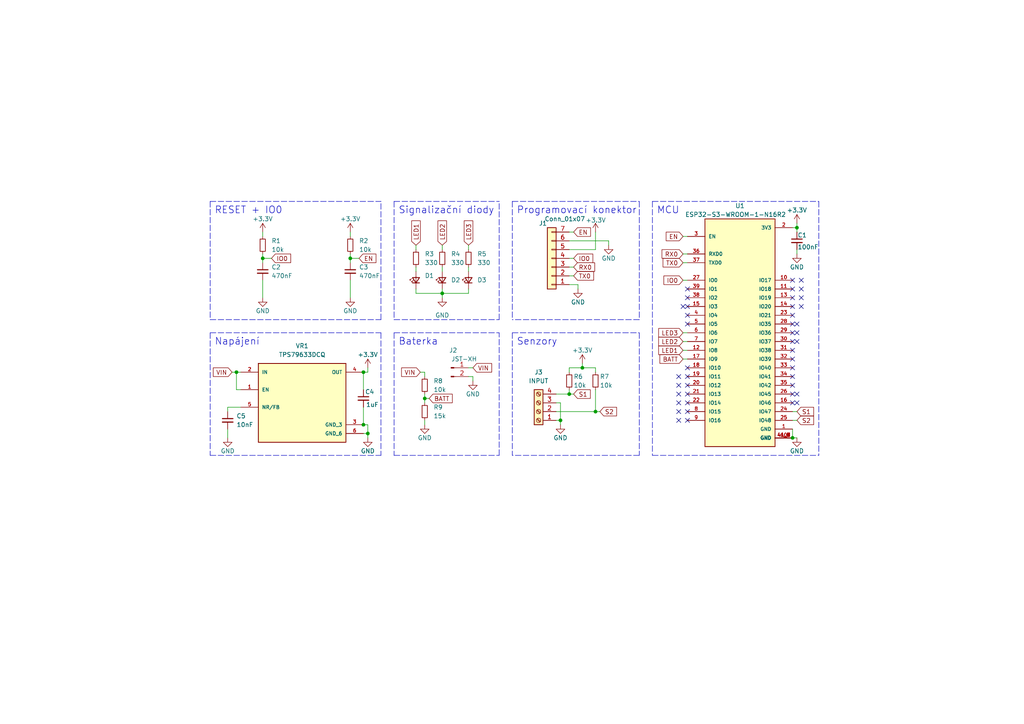
<source format=kicad_sch>
(kicad_sch (version 20211123) (generator eeschema)
  (paper "A4")
  (title_block (title "Sensor board") (date "2023-04-15") (rev "V1.1") (company "GORAK INDUSTRIES"))
  (lib_symbols
    (symbol "Connector:Conn_01x02_Male" (pin_names (offset 1.016) hide)
      (property "Reference" "J" (at 0 2.54 0))
      (property "Value" "Conn_01x02_Male" (at 0 -5.08 0))
      (symbol "Conn_01x02_Male_1_1"
        (polyline (pts (xy 1.27 -2.54) (xy 0.8636 -2.54)) (stroke (width 0.1524)))
        (polyline (pts (xy 1.27 0) (xy 0.8636 0)) (stroke (width 0.1524)))
        (rectangle (start 0.8636 -2.413) (end 0 -2.667) (stroke (width 0.1524)) (fill (type outline)))
        (rectangle (start 0.8636 0.127) (end 0 -0.127) (stroke (width 0.1524)) (fill (type outline)))
        (pin passive line (at 5.08 0 180) (length 3.81) (name "Pin_1") (number "1"))
        (pin passive line (at 5.08 -2.54 180) (length 3.81) (name "Pin_2") (number "2"))
      )
    )
    (symbol "Connector:Screw_Terminal_01x04" (pin_names (offset 1.016) hide)
      (property "Reference" "J" (at 0 5.08 0))
      (property "Value" "Screw_Terminal_01x04" (at 0 -7.62 0))
      (symbol "Screw_Terminal_01x04_1_1"
        (rectangle (start -1.27 3.81) (end 1.27 -6.35) (stroke (width 0.254)) (fill (type background)))
        (circle (center 0 -5.08) (radius 0.635) (stroke (width 0.1524)))
        (circle (center 0 -2.54) (radius 0.635) (stroke (width 0.1524)))
        (polyline (pts (xy -0.5334 -4.7498) (xy 0.3302 -5.588)) (stroke (width 0.1524)))
        (polyline (pts (xy -0.5334 -2.2098) (xy 0.3302 -3.048)) (stroke (width 0.1524)))
        (polyline (pts (xy -0.5334 0.3302) (xy 0.3302 -0.508)) (stroke (width 0.1524)))
        (polyline (pts (xy -0.5334 2.8702) (xy 0.3302 2.032)) (stroke (width 0.1524)))
        (polyline (pts (xy -0.3556 -4.572) (xy 0.508 -5.4102)) (stroke (width 0.1524)))
        (polyline (pts (xy -0.3556 -2.032) (xy 0.508 -2.8702)) (stroke (width 0.1524)))
        (polyline (pts (xy -0.3556 0.508) (xy 0.508 -0.3302)) (stroke (width 0.1524)))
        (polyline (pts (xy -0.3556 3.048) (xy 0.508 2.2098)) (stroke (width 0.1524)))
        (circle (center 0 0) (radius 0.635) (stroke (width 0.1524)))
        (circle (center 0 2.54) (radius 0.635) (stroke (width 0.1524)))
        (pin passive line (at -5.08 2.54 0) (length 3.81) (name "Pin_1") (number "1"))
        (pin passive line (at -5.08 0 0) (length 3.81) (name "Pin_2") (number "2"))
        (pin passive line (at -5.08 -2.54 0) (length 3.81) (name "Pin_3") (number "3"))
        (pin passive line (at -5.08 -5.08 0) (length 3.81) (name "Pin_4") (number "4"))
      )
    )
    (symbol "Connector_Generic:Conn_01x07" (pin_names (offset 1.016) hide)
      (property "Reference" "J" (at 0 10.16 0))
      (property "Value" "Conn_01x07" (at 0 -10.16 0))
      (symbol "Conn_01x07_1_1"
        (rectangle (start -1.27 -7.493) (end 0 -7.747) (stroke (width 0.1524)))
        (rectangle (start -1.27 -4.953) (end 0 -5.207) (stroke (width 0.1524)))
        (rectangle (start -1.27 -2.413) (end 0 -2.667) (stroke (width 0.1524)))
        (rectangle (start -1.27 0.127) (end 0 -0.127) (stroke (width 0.1524)))
        (rectangle (start -1.27 2.667) (end 0 2.413) (stroke (width 0.1524)))
        (rectangle (start -1.27 5.207) (end 0 4.953) (stroke (width 0.1524)))
        (rectangle (start -1.27 7.747) (end 0 7.493) (stroke (width 0.1524)))
        (rectangle (start -1.27 8.89) (end 1.27 -8.89) (stroke (width 0.254)) (fill (type background)))
        (pin passive line (at -5.08 7.62 0) (length 3.81) (name "Pin_1") (number "1"))
        (pin passive line (at -5.08 5.08 0) (length 3.81) (name "Pin_2") (number "2"))
        (pin passive line (at -5.08 2.54 0) (length 3.81) (name "Pin_3") (number "3"))
        (pin passive line (at -5.08 0 0) (length 3.81) (name "Pin_4") (number "4"))
        (pin passive line (at -5.08 -2.54 0) (length 3.81) (name "Pin_5") (number "5"))
        (pin passive line (at -5.08 -5.08 0) (length 3.81) (name "Pin_6") (number "6"))
        (pin passive line (at -5.08 -7.62 0) (length 3.81) (name "Pin_7") (number "7"))
      )
    )
    (symbol "Device:C_Small" (pin_numbers hide) (pin_names (offset 0.254) hide)
      (property "Reference" "C" (at 0.254 1.778 0))
      (property "Value" "C_Small" (at 0.254 -2.032 0))
      (symbol "C_Small_0_1"
        (polyline (pts (xy -1.524 -0.508) (xy 1.524 -0.508)) (stroke (width 0.3302)))
        (polyline (pts (xy -1.524 0.508) (xy 1.524 0.508)) (stroke (width 0.3048)))
      )
      (symbol "C_Small_1_1"
        (pin passive line (at 0 2.54 270) (length 2.032) (name "~") (number "1"))
        (pin passive line (at 0 -2.54 90) (length 2.032) (name "~") (number "2"))
      )
    )
    (symbol "Device:LED_Small" (pin_numbers hide) (pin_names (offset 0.254) hide)
      (property "Reference" "D" (at -1.27 3.175 0))
      (property "Value" "LED_Small" (at -4.445 -2.54 0))
      (symbol "LED_Small_0_1"
        (polyline (pts (xy -0.762 -1.016) (xy -0.762 1.016)) (stroke (width 0.254)))
        (polyline (pts (xy 1.016 0) (xy -0.762 0)))
        (polyline (pts (xy 0.762 -1.016) (xy -0.762 0) (xy 0.762 1.016) (xy 0.762 -1.016)) (stroke (width 0.254)))
        (polyline (pts (xy 0 0.762) (xy -0.508 1.27) (xy -0.254 1.27) (xy -0.508 1.27) (xy -0.508 1.016)))
        (polyline (pts (xy 0.508 1.27) (xy 0 1.778) (xy 0.254 1.778) (xy 0 1.778) (xy 0 1.524)))
      )
      (symbol "LED_Small_1_1"
        (pin passive line (at -2.54 0 0) (length 1.778) (name "K") (number "1"))
        (pin passive line (at 2.54 0 180) (length 1.778) (name "A") (number "2"))
      )
    )
    (symbol "Device:R_Small" (pin_numbers hide) (pin_names (offset 0.254) hide)
      (property "Reference" "R" (at 0.762 0.508 0))
      (property "Value" "R_Small" (at 0.762 -1.016 0))
      (symbol "R_Small_0_1"
        (rectangle (start -0.762 1.778) (end 0.762 -1.778) (stroke (width 0.2032)))
      )
      (symbol "R_Small_1_1"
        (pin passive line (at 0 2.54 270) (length 0.762) (name "~") (number "1"))
        (pin passive line (at 0 -2.54 90) (length 0.762) (name "~") (number "2"))
      )
    )
    (symbol "ESP32-S3-WROOM-1-N16R2:ESP32-S3-WROOM-1-N16R2" (pin_names (offset 1.016))
      (property "Reference" "U" (at -10.16 34.1122 0))
      (property "Value" "ESP32-S3-WROOM-1-N16R2" (at -10.16 -35.56 0))
      (symbol "ESP32-S3-WROOM-1-N16R2_0_0"
        (rectangle (start -10.16 -33.02) (end 10.16 33.02) (stroke (width 0.254)) (fill (type background)))
        (pin power_in line (at 15.24 -27.94 180) (length 5.08) (name "GND") (number "1"))
        (pin bidirectional line (at 15.24 15.24 180) (length 5.08) (name "IO17") (number "10"))
        (pin bidirectional line (at 15.24 12.7 180) (length 5.08) (name "IO18") (number "11"))
        (pin bidirectional line (at -15.24 -5.08 0) (length 5.08) (name "IO8") (number "12"))
        (pin bidirectional line (at 15.24 10.16 180) (length 5.08) (name "IO19") (number "13"))
        (pin bidirectional line (at 15.24 7.62 180) (length 5.08) (name "IO20") (number "14"))
        (pin bidirectional line (at -15.24 7.62 0) (length 5.08) (name "IO3") (number "15"))
        (pin bidirectional line (at 15.24 -20.32 180) (length 5.08) (name "IO46") (number "16"))
        (pin bidirectional line (at -15.24 -7.62 0) (length 5.08) (name "IO9") (number "17"))
        (pin bidirectional line (at -15.24 -10.16 0) (length 5.08) (name "IO10") (number "18"))
        (pin bidirectional line (at -15.24 -12.7 0) (length 5.08) (name "IO11") (number "19"))
        (pin power_in line (at 15.24 30.48 180) (length 5.08) (name "3V3") (number "2"))
        (pin bidirectional line (at -15.24 -15.24 0) (length 5.08) (name "IO12") (number "20"))
        (pin bidirectional line (at -15.24 -17.78 0) (length 5.08) (name "IO13") (number "21"))
        (pin bidirectional line (at -15.24 -20.32 0) (length 5.08) (name "IO14") (number "22"))
        (pin bidirectional line (at 15.24 5.08 180) (length 5.08) (name "IO21") (number "23"))
        (pin bidirectional line (at 15.24 -22.86 180) (length 5.08) (name "IO47") (number "24"))
        (pin bidirectional line (at 15.24 -25.4 180) (length 5.08) (name "IO48") (number "25"))
        (pin bidirectional line (at 15.24 -17.78 180) (length 5.08) (name "IO45") (number "26"))
        (pin bidirectional line (at -15.24 15.24 0) (length 5.08) (name "IO0") (number "27"))
        (pin bidirectional line (at 15.24 2.54 180) (length 5.08) (name "IO35") (number "28"))
        (pin bidirectional line (at 15.24 0 180) (length 5.08) (name "IO36") (number "29"))
        (pin input line (at -15.24 27.94 0) (length 5.08) (name "EN") (number "3"))
        (pin bidirectional line (at 15.24 -2.54 180) (length 5.08) (name "IO37") (number "30"))
        (pin bidirectional line (at 15.24 -5.08 180) (length 5.08) (name "IO38") (number "31"))
        (pin bidirectional line (at 15.24 -7.62 180) (length 5.08) (name "IO39") (number "32"))
        (pin bidirectional line (at 15.24 -10.16 180) (length 5.08) (name "IO40") (number "33"))
        (pin bidirectional line (at 15.24 -12.7 180) (length 5.08) (name "IO41") (number "34"))
        (pin bidirectional line (at 15.24 -15.24 180) (length 5.08) (name "IO42") (number "35"))
        (pin bidirectional line (at -15.24 22.86 0) (length 5.08) (name "RXD0") (number "36"))
        (pin bidirectional line (at -15.24 20.32 0) (length 5.08) (name "TXD0") (number "37"))
        (pin bidirectional line (at -15.24 10.16 0) (length 5.08) (name "IO2") (number "38"))
        (pin bidirectional line (at -15.24 12.7 0) (length 5.08) (name "IO1") (number "39"))
        (pin bidirectional line (at -15.24 5.08 0) (length 5.08) (name "IO4") (number "4"))
        (pin power_in line (at 15.24 -30.48 180) (length 5.08) (name "GND") (number "40"))
        (pin power_in line (at 15.24 -30.48 180) (length 5.08) (name "GND") (number "41_1"))
        (pin power_in line (at 15.24 -30.48 180) (length 5.08) (name "GND") (number "41_2"))
        (pin power_in line (at 15.24 -30.48 180) (length 5.08) (name "GND") (number "41_3"))
        (pin power_in line (at 15.24 -30.48 180) (length 5.08) (name "GND") (number "41_4"))
        (pin power_in line (at 15.24 -30.48 180) (length 5.08) (name "GND") (number "41_5"))
        (pin power_in line (at 15.24 -30.48 180) (length 5.08) (name "GND") (number "41_6"))
        (pin power_in line (at 15.24 -30.48 180) (length 5.08) (name "GND") (number "41_7"))
        (pin power_in line (at 15.24 -30.48 180) (length 5.08) (name "GND") (number "41_8"))
        (pin power_in line (at 15.24 -30.48 180) (length 5.08) (name "GND") (number "41_9"))
        (pin bidirectional line (at -15.24 2.54 0) (length 5.08) (name "IO5") (number "5"))
        (pin bidirectional line (at -15.24 0 0) (length 5.08) (name "IO6") (number "6"))
        (pin bidirectional line (at -15.24 -2.54 0) (length 5.08) (name "IO7") (number "7"))
        (pin bidirectional line (at -15.24 -22.86 0) (length 5.08) (name "IO15") (number "8"))
        (pin bidirectional line (at -15.24 -25.4 0) (length 5.08) (name "IO16") (number "9"))
      )
    )
    (symbol "TP4056:TPS79633DCQ" (pin_names (offset 1.016))
      (property "Reference" "VR" (at -12.7 11.16 0))
      (property "Value" "TPS79633DCQ" (at -12.7 -14.16 0))
      (symbol "TPS79633DCQ_0_0"
        (rectangle (start -12.7 -12.7) (end 12.7 10.16) (stroke (width 0.254)) (fill (type background)))
        (pin input line (at -17.78 2.54 0) (length 5.08) (name "EN") (number "1"))
        (pin input line (at -17.78 7.62 0) (length 5.08) (name "IN") (number "2"))
        (pin power_in line (at 17.78 -7.62 180) (length 5.08) (name "GND_3") (number "3"))
        (pin output line (at 17.78 7.62 180) (length 5.08) (name "OUT") (number "4"))
        (pin bidirectional line (at -17.78 -2.54 0) (length 5.08) (name "NR/FB") (number "5"))
        (pin power_in line (at 17.78 -10.16 180) (length 5.08) (name "GND_6") (number "6"))
      )
    )
    (symbol "power:+3.3V" (power) (pin_names (offset 0))
      (property "Value" "+3.3V" (at 0 3.556 0))
      (symbol "+3.3V_0_1"
        (polyline (pts (xy -0.762 1.27) (xy 0 2.54)))
        (polyline (pts (xy 0 0) (xy 0 2.54)))
        (polyline (pts (xy 0 2.54) (xy 0.762 1.27)))
      )
      (symbol "+3.3V_1_1"
        (pin power_in line (at 0 0 90) (length 0) hide (name "+3.3V") (number "1"))
      )
    )
    (symbol "power:GND" (power) (pin_names (offset 0))
      (property "Value" "GND" (at 0 -3.81 0))
      (symbol "GND_0_1"
        (polyline (pts (xy 0 0) (xy 0 -1.27) (xy 1.27 -1.27) (xy 0 -2.54) (xy -1.27 -1.27) (xy 0 -1.27)))
      )
      (symbol "GND_1_1"
        (pin power_in line (at 0 0 270) (length 0) hide (name "GND") (number "1"))
      )
    )
  )
  (junction (at 105.41 107.95))
  (junction (at 128.27 85.09))
  (junction (at 231.14 66.04))
  (junction (at 101.6 74.93))
  (junction (at 229.87 127))
  (junction (at 172.72 119.38))
  (junction (at 168.91 106.68))
  (junction (at 106.68 125.73))
  (junction (at 123.19 115.57))
  (junction (at 76.2 74.93))
  (junction (at 162.56 121.92))
  (junction (at 165.1 114.3))
  (junction (at 68.58 107.95))
  (junction (at 105.41 123.19))
  (no_connect (at 229.87 109.22))
  (no_connect (at 229.87 104.14))
  (no_connect (at 229.87 106.68))
  (no_connect (at 229.87 81.28))
  (no_connect (at 229.87 83.82))
  (no_connect (at 229.87 101.6))
  (no_connect (at 229.87 111.76))
  (no_connect (at 229.87 88.9))
  (no_connect (at 229.87 86.36))
  (no_connect (at 229.87 91.44))
  (no_connect (at 229.87 99.06))
  (no_connect (at 199.39 116.84))
  (no_connect (at 229.87 93.98))
  (no_connect (at 199.39 121.92))
  (no_connect (at 199.39 88.9))
  (no_connect (at 199.39 83.82))
  (no_connect (at 199.39 114.3))
  (no_connect (at 199.39 111.76))
  (no_connect (at 199.39 119.38))
  (no_connect (at 199.39 109.22))
  (no_connect (at 231.14 114.3))
  (no_connect (at 229.87 114.3))
  (no_connect (at 198.12 88.9))
  (no_connect (at 229.87 116.84))
  (no_connect (at 199.39 106.68))
  (no_connect (at 231.14 96.52))
  (no_connect (at 199.39 93.98))
  (no_connect (at 199.39 91.44))
  (no_connect (at 196.85 111.76))
  (no_connect (at 196.85 114.3))
  (no_connect (at 196.85 109.22))
  (no_connect (at 196.85 119.38))
  (no_connect (at 196.85 116.84))
  (no_connect (at 232.41 83.82))
  (no_connect (at 232.41 88.9))
  (no_connect (at 232.41 86.36))
  (no_connect (at 232.41 81.28))
  (no_connect (at 196.85 121.92))
  (no_connect (at 231.14 93.98))
  (no_connect (at 199.39 86.36))
  (no_connect (at 229.87 96.52))
  (no_connect (at 231.14 116.84))
  (no_connect (at 231.14 99.06))
  (polyline (pts (xy 185.42 132.08) (xy 148.59 132.08)))
  (polyline (pts (xy 110.49 96.52) (xy 110.49 132.08)))
  (wire (pts (xy 128.27 85.09) (xy 128.27 86.36)))
  (polyline (pts (xy 60.96 96.52) (xy 110.49 96.52)))
  (polyline (pts (xy 189.23 58.42) (xy 237.49 58.42)))
  (wire (pts (xy 172.72 106.68) (xy 172.72 107.95)))
  (polyline (pts (xy 185.42 58.42) (xy 185.42 92.71)))
  (wire (pts (xy 198.12 81.28) (xy 199.39 81.28)))
  (wire (pts (xy 165.1 77.47) (xy 166.37 77.47)))
  (wire (pts (xy 101.6 74.93) (xy 101.6 76.2)))
  (polyline (pts (xy 60.96 96.52) (xy 60.96 132.08)))
  (wire (pts (xy 76.2 81.28) (xy 76.2 86.36)))
  (wire (pts (xy 123.19 115.57) (xy 123.19 116.84)))
  (polyline (pts (xy 189.23 58.42) (xy 189.23 132.08)))
  (wire (pts (xy 101.6 67.31) (xy 101.6 68.58)))
  (wire (pts (xy 101.6 73.66) (xy 101.6 74.93)))
  (polyline (pts (xy 60.96 58.42) (xy 60.96 92.71)))
  (wire (pts (xy 161.29 114.3) (xy 165.1 114.3)))
  (wire (pts (xy 231.14 66.04) (xy 231.14 67.31)))
  (wire (pts (xy 198.12 76.2) (xy 199.39 76.2)))
  (wire (pts (xy 128.27 83.82) (xy 128.27 85.09)))
  (wire (pts (xy 229.87 66.04) (xy 231.14 66.04)))
  (wire (pts (xy 135.89 71.12) (xy 135.89 72.39)))
  (wire (pts (xy 229.87 127) (xy 231.14 127)))
  (wire (pts (xy 128.27 71.12) (xy 128.27 72.39)))
  (wire (pts (xy 128.27 77.47) (xy 128.27 78.74)))
  (wire (pts (xy 161.29 121.92) (xy 162.56 121.92)))
  (wire (pts (xy 68.58 107.95) (xy 69.85 107.95)))
  (wire (pts (xy 123.19 107.95) (xy 123.19 109.22)))
  (wire (pts (xy 231.14 64.77) (xy 231.14 66.04)))
  (polyline (pts (xy 60.96 58.42) (xy 110.49 58.42)))
  (wire (pts (xy 128.27 85.09) (xy 135.89 85.09)))
  (wire (pts (xy 120.65 77.47) (xy 120.65 78.74)))
  (polyline (pts (xy 148.59 58.42) (xy 185.42 58.42)))
  (wire (pts (xy 229.87 119.38) (xy 231.14 119.38)))
  (wire (pts (xy 76.2 74.93) (xy 78.74 74.93)))
  (wire (pts (xy 168.91 106.68) (xy 172.72 106.68)))
  (wire (pts (xy 66.04 118.11) (xy 66.04 119.38)))
  (polyline (pts (xy 148.59 58.42) (xy 148.59 92.71)))
  (wire (pts (xy 105.41 107.95) (xy 106.68 107.95)))
  (polyline (pts (xy 114.3 92.71) (xy 144.78 92.71)))
  (wire (pts (xy 123.19 115.57) (xy 124.46 115.57)))
  (polyline (pts (xy 185.42 96.52) (xy 185.42 132.08)))
  (wire (pts (xy 106.68 127) (xy 106.68 125.73)))
  (wire (pts (xy 162.56 121.92) (xy 162.56 123.19)))
  (wire (pts (xy 135.89 85.09) (xy 135.89 83.82)))
  (wire (pts (xy 123.19 114.3) (xy 123.19 115.57)))
  (wire (pts (xy 135.89 106.68) (xy 137.16 106.68)))
  (wire (pts (xy 137.16 109.22) (xy 137.16 110.49)))
  (wire (pts (xy 135.89 109.22) (xy 137.16 109.22)))
  (wire (pts (xy 165.1 67.31) (xy 166.37 67.31)))
  (wire (pts (xy 165.1 114.3) (xy 166.37 114.3)))
  (polyline (pts (xy 114.3 58.42) (xy 114.3 92.71)))
  (wire (pts (xy 165.1 72.39) (xy 172.72 72.39)))
  (wire (pts (xy 198.12 101.6) (xy 199.39 101.6)))
  (wire (pts (xy 198.12 96.52) (xy 199.39 96.52)))
  (wire (pts (xy 165.1 82.55) (xy 167.64 82.55)))
  (wire (pts (xy 172.72 119.38) (xy 173.99 119.38)))
  (wire (pts (xy 101.6 74.93) (xy 104.14 74.93)))
  (wire (pts (xy 105.41 118.11) (xy 105.41 123.19)))
  (polyline (pts (xy 114.3 132.08) (xy 144.78 132.08)))
  (wire (pts (xy 120.65 71.12) (xy 120.65 72.39)))
  (wire (pts (xy 120.65 83.82) (xy 120.65 85.09)))
  (wire (pts (xy 198.12 99.06) (xy 199.39 99.06)))
  (wire (pts (xy 68.58 107.95) (xy 68.58 113.03)))
  (wire (pts (xy 105.41 107.95) (xy 105.41 113.03)))
  (wire (pts (xy 168.91 105.41) (xy 168.91 106.68)))
  (wire (pts (xy 165.1 80.01) (xy 166.37 80.01)))
  (wire (pts (xy 167.64 82.55) (xy 167.64 83.82)))
  (wire (pts (xy 67.31 107.95) (xy 68.58 107.95)))
  (wire (pts (xy 176.53 69.85) (xy 165.1 69.85)))
  (wire (pts (xy 106.68 106.68) (xy 106.68 107.95)))
  (wire (pts (xy 198.12 68.58) (xy 199.39 68.58)))
  (wire (pts (xy 123.19 121.92) (xy 123.19 123.19)))
  (wire (pts (xy 172.72 72.39) (xy 172.72 67.31)))
  (wire (pts (xy 172.72 113.03) (xy 172.72 119.38)))
  (polyline (pts (xy 189.23 132.08) (xy 237.49 132.08)))
  (wire (pts (xy 66.04 118.11) (xy 69.85 118.11)))
  (polyline (pts (xy 114.3 58.42) (xy 144.78 58.42)))
  (wire (pts (xy 69.85 113.03) (xy 68.58 113.03)))
  (wire (pts (xy 229.87 124.46) (xy 229.87 127)))
  (wire (pts (xy 162.56 116.84) (xy 162.56 121.92)))
  (polyline (pts (xy 114.3 96.52) (xy 144.78 96.52)))
  (wire (pts (xy 229.87 121.92) (xy 231.14 121.92)))
  (polyline (pts (xy 148.59 96.52) (xy 185.42 96.52)))
  (wire (pts (xy 176.53 71.12) (xy 176.53 69.85)))
  (polyline (pts (xy 110.49 92.71) (xy 110.49 58.42)))
  (wire (pts (xy 120.65 85.09) (xy 128.27 85.09)))
  (wire (pts (xy 76.2 74.93) (xy 76.2 76.2)))
  (polyline (pts (xy 114.3 96.52) (xy 114.3 132.08)))
  (polyline (pts (xy 185.42 92.71) (xy 148.59 92.71)))
  (wire (pts (xy 106.68 123.19) (xy 106.68 125.73)))
  (polyline (pts (xy 144.78 92.71) (xy 144.78 58.42)))
  (wire (pts (xy 76.2 67.31) (xy 76.2 68.58)))
  (polyline (pts (xy 60.96 132.08) (xy 110.49 132.08)))
  (polyline (pts (xy 148.59 96.52) (xy 148.59 132.08)))
  (polyline (pts (xy 144.78 132.08) (xy 144.78 96.52)))
  (wire (pts (xy 172.72 119.38) (xy 161.29 119.38)))
  (wire (pts (xy 198.12 73.66) (xy 199.39 73.66)))
  (wire (pts (xy 161.29 116.84) (xy 162.56 116.84)))
  (wire (pts (xy 165.1 107.95) (xy 165.1 106.68)))
  (wire (pts (xy 165.1 106.68) (xy 168.91 106.68)))
  (wire (pts (xy 165.1 74.93) (xy 166.37 74.93)))
  (wire (pts (xy 66.04 124.46) (xy 66.04 127)))
  (wire (pts (xy 165.1 113.03) (xy 165.1 114.3)))
  (wire (pts (xy 231.14 72.39) (xy 231.14 73.66)))
  (wire (pts (xy 76.2 73.66) (xy 76.2 74.93)))
  (polyline (pts (xy 60.96 92.71) (xy 110.49 92.71)))
  (polyline (pts (xy 237.49 58.42) (xy 237.49 132.08)))
  (wire (pts (xy 105.41 123.19) (xy 106.68 123.19)))
  (wire (pts (xy 101.6 81.28) (xy 101.6 86.36)))
  (wire (pts (xy 135.89 77.47) (xy 135.89 78.74)))
  (wire (pts (xy 198.12 104.14) (xy 199.39 104.14)))
  (wire (pts (xy 105.41 125.73) (xy 106.68 125.73)))
  (wire (pts (xy 121.92 107.95) (xy 123.19 107.95)))
  (text "Napájení\n" (at 62.23 100.33 0) (effects (font (size 2 2)) (justify left bottom)))
  (text "RESET + IO0\n" (at 62.23 62.23 0) (effects (font (size 2 2)) (justify left bottom)))
  (text "Programovací konektor\n" (at 149.86 62.23 0) (effects (font (size 2 2)) (justify left bottom)))
  (text "Baterka\n" (at 115.57 100.33 0) (effects (font (size 2 2)) (justify left bottom)))
  (text "MCU\n" (at 190.5 62.23 0) (effects (font (size 2 2)) (justify left bottom)))
  (text "Signalizační diody\n" (at 115.57 62.23 0) (effects (font (size 2 2)) (justify left bottom)))
  (text "Senzory\n" (at 149.86 100.33 0) (effects (font (size 2 2)) (justify left bottom)))
  (global_label "RX0" (shape input) (at 166.37 77.47 0) (property "Intersheet References" "${INTERSHEET_REFS}" (effects hide)))
  (global_label "S1" (shape input) (at 231.14 119.38 0) (property "Intersheet References" "${INTERSHEET_REFS}" (effects hide)))
  (global_label "VIN" (shape input) (at 67.31 107.95 180) (property "Intersheet References" "${INTERSHEET_REFS}" (effects hide)))
  (global_label "TX0" (shape input) (at 198.12 76.2 180) (property "Intersheet References" "${INTERSHEET_REFS}" (effects hide)))
  (global_label "LED2" (shape input) (at 128.27 71.12 90) (property "Intersheet References" "${INTERSHEET_REFS}" (effects hide)))
  (global_label "LED1" (shape input) (at 120.65 71.12 90) (property "Intersheet References" "${INTERSHEET_REFS}" (effects hide)))
  (global_label "EN" (shape input) (at 104.14 74.93 0) (property "Intersheet References" "${INTERSHEET_REFS}" (effects hide)))
  (global_label "VIN" (shape input) (at 121.92 107.95 180) (property "Intersheet References" "${INTERSHEET_REFS}" (effects hide)))
  (global_label "LED3" (shape input) (at 198.12 96.52 180) (property "Intersheet References" "${INTERSHEET_REFS}" (effects hide)))
  (global_label "IO0" (shape input) (at 198.12 81.28 180) (property "Intersheet References" "${INTERSHEET_REFS}" (effects hide)))
  (global_label "S2" (shape input) (at 173.99 119.38 0) (property "Intersheet References" "${INTERSHEET_REFS}" (effects hide)))
  (global_label "BATT" (shape input) (at 124.46 115.57 0) (property "Intersheet References" "${INTERSHEET_REFS}" (effects hide)))
  (global_label "S2" (shape input) (at 231.14 121.92 0) (property "Intersheet References" "${INTERSHEET_REFS}" (effects hide)))
  (global_label "LED1" (shape input) (at 198.12 101.6 180) (property "Intersheet References" "${INTERSHEET_REFS}" (effects hide)))
  (global_label "EN" (shape input) (at 166.37 67.31 0) (property "Intersheet References" "${INTERSHEET_REFS}" (effects hide)))
  (global_label "LED3" (shape input) (at 135.89 71.12 90) (property "Intersheet References" "${INTERSHEET_REFS}" (effects hide)))
  (global_label "RX0" (shape input) (at 198.12 73.66 180) (property "Intersheet References" "${INTERSHEET_REFS}" (effects hide)))
  (global_label "EN" (shape input) (at 198.12 68.58 180) (property "Intersheet References" "${INTERSHEET_REFS}" (effects hide)))
  (global_label "TX0" (shape input) (at 166.37 80.01 0) (property "Intersheet References" "${INTERSHEET_REFS}" (effects hide)))
  (global_label "IO0" (shape input) (at 166.37 74.93 0) (property "Intersheet References" "${INTERSHEET_REFS}" (effects hide)))
  (global_label "BATT" (shape input) (at 198.12 104.14 180) (property "Intersheet References" "${INTERSHEET_REFS}" (effects hide)))
  (global_label "S1" (shape input) (at 166.37 114.3 0) (property "Intersheet References" "${INTERSHEET_REFS}" (effects hide)))
  (global_label "IO0" (shape input) (at 78.74 74.93 0) (property "Intersheet References" "${INTERSHEET_REFS}" (effects hide)))
  (global_label "VIN" (shape input) (at 137.16 106.68 0) (property "Intersheet References" "${INTERSHEET_REFS}" (effects hide)))
  (global_label "LED2" (shape input) (at 198.12 99.06 180) (property "Intersheet References" "${INTERSHEET_REFS}" (effects hide)))
  (symbol (lib_id "Device:R_Small") (at 120.65 74.93 0) (unit 1)
    (property "Reference" "R3" (at 123.19 73.6599 0) (effects (justify left)))
    (property "Value" "330" (at 123.19 76.1999 0) (effects (justify left)))
    (property "Footprint" "Resistor_SMD:R_0805_2012Metric_Pad1.20x1.40mm_HandSolder" (effects hide))
  )
  (symbol (lib_id "power:GND") (at 101.6 86.36 0) (unit 1)
    (property "Reference" "#PWR09" (effects hide))
    (property "Value" "GND" (at 101.6 90.17 0))
  )
  (symbol (lib_id "power:GND") (at 66.04 127 0) (unit 1)
    (property "Reference" "#PWR016" (effects hide))
    (property "Value" "GND" (at 66.04 130.81 0))
  )
  (symbol (lib_id "Device:R_Small") (at 135.89 74.93 0) (unit 1)
    (property "Reference" "R5" (at 138.43 73.6599 0) (effects (justify left)))
    (property "Value" "330" (at 138.43 76.1999 0) (effects (justify left)))
    (property "Footprint" "Resistor_SMD:R_0805_2012Metric_Pad1.20x1.40mm_HandSolder" (effects hide))
  )
  (symbol (lib_id "power:+3.3V") (at 101.6 67.31 0) (unit 1)
    (property "Reference" "#PWR03" (effects hide))
    (property "Value" "+3.3V" (at 101.6 63.5 0))
  )
  (symbol (lib_id "TP4056:TPS79633DCQ") (at 87.63 115.57 0) (unit 1)
    (property "Reference" "VR1" (at 87.63 100.33 0))
    (property "Value" "TPS79633DCQ" (at 87.63 102.87 0))
    (property "Footprint" "TPS79633DCQ:VREG_TPS79633DCQ" (effects hide))
    (property "MANUFACTURER" "Texas Instruments" (effects hide))
    (property "PARTREV" "P" (effects hide))
    (property "STANDARD" "Manufacturer Recommendations" (effects hide))
    (property "MAXIMUM_PACKAGE_HEIGHT" "1.8 mm" (effects hide))
  )
  (symbol (lib_id "Device:LED_Small") (at 120.65 81.28 90) (unit 1)
    (property "Reference" "D1" (at 123.19 79.9464 90) (effects (justify right)))
    (property "Value" "LED_Small" (effects hide))
    (property "Footprint" "LED_SMD:LED_0805_2012Metric_Pad1.15x1.40mm_HandSolder" (effects hide))
  )
  (symbol (lib_id "power:+3.3V") (at 168.91 105.41 0) (unit 1)
    (property "Reference" "#PWR011" (effects hide))
    (property "Value" "+3.3V" (at 168.91 101.6 0))
  )
  (symbol (lib_id "power:+3.3V") (at 106.68 106.68 0) (unit 1)
    (property "Reference" "#PWR012" (effects hide))
    (property "Value" "+3.3V" (at 106.68 102.87 0))
  )
  (symbol (lib_id "ESP32-S3-WROOM-1-N16R2:ESP32-S3-WROOM-1-N16R2") (at 214.63 96.52 0) (unit 1)
    (property "Reference" "U1" (at 214.63 59.69 0))
    (property "Value" "ESP32-S3-WROOM-1-N16R2" (at 213.36 62.23 0))
    (property "Footprint" "esp32S3:XCVR_ESP32-S3-WROOM-1-N16R2" (effects hide))
    (property "PARTREV" "v1.0" (effects hide))
    (property "MAXIMUM_PACKAGE_HEIGHT" "3.25mm" (effects hide))
    (property "STANDARD" "Manufacturer Recommendations" (effects hide))
    (property "MANUFACTURER" "Espressif" (effects hide))
  )
  (symbol (lib_id "Device:R_Small") (at 101.6 71.12 0) (unit 1)
    (property "Reference" "R2" (at 104.14 69.8499 0) (effects (justify left)))
    (property "Value" "10k" (at 104.14 72.3899 0) (effects (justify left)))
    (property "Footprint" "Resistor_SMD:R_0805_2012Metric_Pad1.20x1.40mm_HandSolder" (effects hide))
  )
  (symbol (lib_id "power:GND") (at 231.14 73.66 0) (unit 1)
    (property "Reference" "#PWR06" (effects hide))
    (property "Value" "GND" (at 231.14 77.47 0))
  )
  (symbol (lib_id "Device:C_Small") (at 76.2 78.74 0) (unit 1)
    (property "Reference" "C2" (at 78.74 77.4762 0) (effects (justify left)))
    (property "Value" "470nF" (at 78.74 80.0162 0) (effects (justify left)))
    (property "Footprint" "Capacitor_SMD:C_0805_2012Metric_Pad1.18x1.45mm_HandSolder" (effects hide))
  )
  (symbol (lib_id "power:GND") (at 128.27 86.36 0) (unit 1)
    (property "Reference" "#PWR010" (effects hide))
    (property "Value" "GND" (at 128.27 91.44 0))
  )
  (symbol (lib_id "Device:R_Small") (at 165.1 110.49 0) (unit 1)
    (property "Reference" "R6" (at 166.37 109.22 0) (effects (justify left)))
    (property "Value" "10k" (at 166.37 111.76 0) (effects (justify left)))
    (property "Footprint" "Resistor_SMD:R_0805_2012Metric_Pad1.20x1.40mm_HandSolder" (effects hide))
  )
  (symbol (lib_id "Device:C_Small") (at 66.04 121.92 0) (unit 1)
    (property "Reference" "C5" (at 68.58 120.6562 0) (effects (justify left)))
    (property "Value" "10nF" (at 68.58 123.1962 0) (effects (justify left)))
    (property "Footprint" "Capacitor_SMD:C_0805_2012Metric_Pad1.18x1.45mm_HandSolder" (effects hide))
  )
  (symbol (lib_id "Connector:Screw_Terminal_01x04") (at 156.21 119.38 180) (unit 1)
    (property "Reference" "J3" (at 156.21 107.95 0))
    (property "Value" "INPUT" (at 156.21 110.49 0))
    (property "Footprint" "TerminalBlock_RND:TerminalBlock_RND_205-00014_1x04_P5.00mm_Horizontal" (effects hide))
  )
  (symbol (lib_id "Connector_Generic:Conn_01x07") (at 160.02 74.93 180) (unit 1)
    (property "Reference" "J1" (at 157.48 64.77 0))
    (property "Value" "Conn_01x07" (at 163.83 63.5 0))
    (property "Footprint" "Connector_PinHeader_2.54mm:PinHeader_1x07_P2.54mm_Vertical" (effects hide))
  )
  (symbol (lib_id "Device:LED_Small") (at 128.27 81.28 90) (unit 1)
    (property "Reference" "D2" (at 130.81 81.2164 90) (effects (justify right)))
    (property "Value" "LED_Small" (effects hide))
    (property "Footprint" "LED_SMD:LED_0805_2012Metric_Pad1.15x1.40mm_HandSolder" (effects hide))
  )
  (symbol (lib_id "Device:C_Small") (at 101.6 78.74 0) (unit 1)
    (property "Reference" "C3" (at 104.14 77.4762 0) (effects (justify left)))
    (property "Value" "470nF" (at 104.14 80.0162 0) (effects (justify left)))
    (property "Footprint" "Capacitor_SMD:C_0805_2012Metric_Pad1.18x1.45mm_HandSolder" (effects hide))
  )
  (symbol (lib_id "Device:C_Small") (at 231.14 69.85 0) (unit 1)
    (property "Reference" "C1" (at 231.3196 68.2201 0) (effects (justify left)))
    (property "Value" "100nF" (at 231.3196 71.6513 0) (effects (justify left)))
    (property "Footprint" "Capacitor_SMD:C_0805_2012Metric_Pad1.18x1.45mm_HandSolder" (effects hide))
  )
  (symbol (lib_id "Device:LED_Small") (at 135.89 81.28 90) (unit 1)
    (property "Reference" "D3" (at 138.43 81.2164 90) (effects (justify right)))
    (property "Value" "LED_Small" (effects hide))
    (property "Footprint" "LED_SMD:LED_0805_2012Metric_Pad1.15x1.40mm_HandSolder" (effects hide))
  )
  (symbol (lib_id "power:GND") (at 123.19 123.19 0) (unit 1)
    (property "Reference" "#PWR014" (effects hide))
    (property "Value" "GND" (at 123.19 127 0))
  )
  (symbol (lib_id "Device:R_Small") (at 76.2 71.12 0) (unit 1)
    (property "Reference" "R1" (at 78.74 69.8499 0) (effects (justify left)))
    (property "Value" "10k" (at 78.74 72.3899 0) (effects (justify left)))
    (property "Footprint" "Resistor_SMD:R_0805_2012Metric_Pad1.20x1.40mm_HandSolder" (effects hide))
  )
  (symbol (lib_id "Device:R_Small") (at 172.72 110.49 0) (unit 1)
    (property "Reference" "R7" (at 173.99 109.22 0) (effects (justify left)))
    (property "Value" "10k" (at 173.99 111.76 0) (effects (justify left)))
    (property "Footprint" "Resistor_SMD:R_0805_2012Metric_Pad1.20x1.40mm_HandSolder" (effects hide))
  )
  (symbol (lib_id "power:GND") (at 231.14 127 0) (unit 1)
    (property "Reference" "#PWR018" (effects hide))
    (property "Value" "GND" (at 231.14 130.81 0))
  )
  (symbol (lib_id "power:+3.3V") (at 172.72 67.31 0) (unit 1)
    (property "Reference" "#PWR04" (effects hide))
    (property "Value" "+3.3V" (at 172.7903 63.8765 0))
  )
  (symbol (lib_id "Connector:Conn_01x02_Male") (at 130.81 106.68 0) (unit 1)
    (property "Reference" "J2" (at 131.445 101.6 0))
    (property "Value" "JST-XH" (at 134.62 104.14 0))
    (property "Footprint" "Connector_PinHeader_2.54mm:PinHeader_1x02_P2.54mm_Vertical" (effects hide))
  )
  (symbol (lib_id "power:GND") (at 167.64 83.82 0) (unit 1)
    (property "Reference" "#PWR07" (effects hide))
    (property "Value" "GND" (at 167.64 87.63 0))
  )
  (symbol (lib_id "power:GND") (at 137.16 110.49 0) (unit 1)
    (property "Reference" "#PWR013" (effects hide))
    (property "Value" "GND" (at 137.16 114.3 0))
  )
  (symbol (lib_id "Device:R_Small") (at 123.19 119.38 0) (unit 1)
    (property "Reference" "R9" (at 125.73 118.1099 0) (effects (justify left)))
    (property "Value" "15k" (at 125.73 120.6499 0) (effects (justify left)))
    (property "Footprint" "Resistor_SMD:R_0805_2012Metric_Pad1.20x1.40mm_HandSolder" (effects hide))
  )
  (symbol (lib_id "power:GND") (at 76.2 86.36 0) (unit 1)
    (property "Reference" "#PWR08" (effects hide))
    (property "Value" "GND" (at 76.2 90.17 0))
  )
  (symbol (lib_id "Device:R_Small") (at 123.19 111.76 0) (unit 1)
    (property "Reference" "R8" (at 125.73 110.4899 0) (effects (justify left)))
    (property "Value" "10k" (at 125.73 113.0299 0) (effects (justify left)))
    (property "Footprint" "Resistor_SMD:R_0805_2012Metric_Pad1.20x1.40mm_HandSolder" (effects hide))
  )
  (symbol (lib_id "power:GND") (at 106.68 127 0) (unit 1)
    (property "Reference" "#PWR017" (effects hide))
    (property "Value" "GND" (at 106.68 130.81 0))
  )
  (symbol (lib_id "Device:C_Small") (at 105.41 115.57 0) (unit 1)
    (property "Reference" "C4" (at 105.8826 113.6404 0) (effects (justify left)))
    (property "Value" "1uF" (at 106.1517 117.3743 0) (effects (justify left)))
    (property "Footprint" "Capacitor_SMD:C_0805_2012Metric_Pad1.18x1.45mm_HandSolder" (effects hide))
  )
  (symbol (lib_id "power:GND") (at 176.53 71.12 0) (unit 1)
    (property "Reference" "#PWR05" (effects hide))
    (property "Value" "GND" (at 176.53 74.93 0))
  )
  (symbol (lib_id "power:+3.3V") (at 76.2 67.31 0) (unit 1)
    (property "Reference" "#PWR02" (effects hide))
    (property "Value" "+3.3V" (at 76.2 63.5 0))
  )
  (symbol (lib_id "power:GND") (at 162.56 123.19 0) (unit 1)
    (property "Reference" "#PWR015" (effects hide))
    (property "Value" "GND" (at 162.56 127 0))
  )
  (symbol (lib_id "power:+3.3V") (at 231.14 64.77 0) (unit 1)
    (property "Reference" "#PWR01" (effects hide))
    (property "Value" "+3.3V" (at 231.14 60.96 0))
  )
  (symbol (lib_id "Device:R_Small") (at 128.27 74.93 0) (unit 1)
    (property "Reference" "R4" (at 130.81 73.6599 0) (effects (justify left)))
    (property "Value" "330" (at 130.81 76.1999 0) (effects (justify left)))
    (property "Footprint" "Resistor_SMD:R_0805_2012Metric_Pad1.20x1.40mm_HandSolder" (effects hide))
  )
)
</source>
